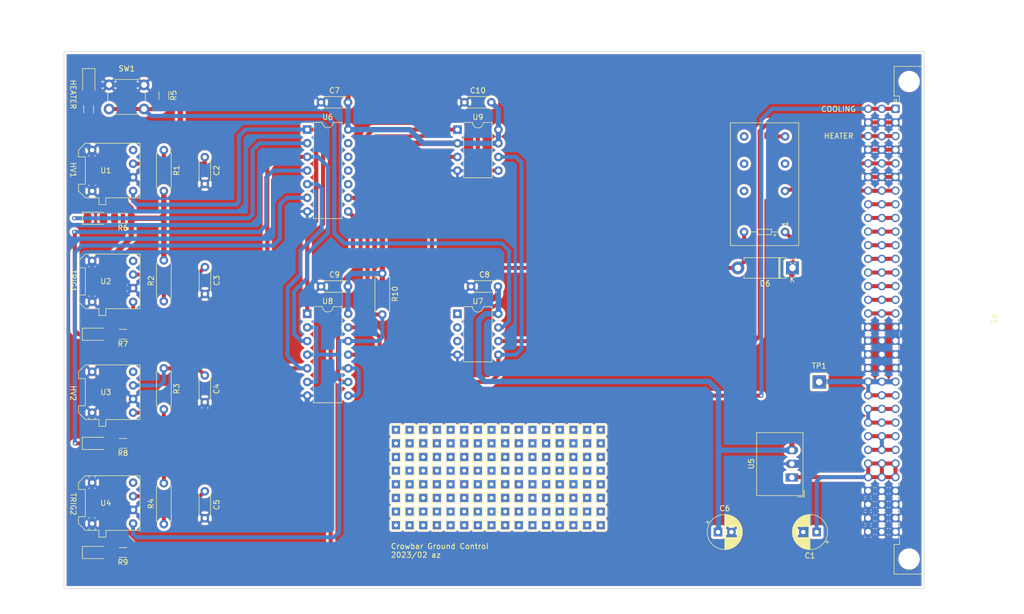
<source format=kicad_pcb>
(kicad_pcb (version 20221018) (generator pcbnew)

  (general
    (thickness 1.6)
  )

  (paper "A4")
  (layers
    (0 "F.Cu" signal)
    (31 "B.Cu" signal)
    (32 "B.Adhes" user "B.Adhesive")
    (33 "F.Adhes" user "F.Adhesive")
    (34 "B.Paste" user)
    (35 "F.Paste" user)
    (36 "B.SilkS" user "B.Silkscreen")
    (37 "F.SilkS" user "F.Silkscreen")
    (38 "B.Mask" user)
    (39 "F.Mask" user)
    (40 "Dwgs.User" user "User.Drawings")
    (41 "Cmts.User" user "User.Comments")
    (42 "Eco1.User" user "User.Eco1")
    (43 "Eco2.User" user "User.Eco2")
    (44 "Edge.Cuts" user)
    (45 "Margin" user)
    (46 "B.CrtYd" user "B.Courtyard")
    (47 "F.CrtYd" user "F.Courtyard")
    (48 "B.Fab" user)
    (49 "F.Fab" user)
    (50 "User.1" user)
    (51 "User.2" user)
    (52 "User.3" user)
    (53 "User.4" user)
    (54 "User.5" user)
    (55 "User.6" user)
    (56 "User.7" user)
    (57 "User.8" user)
    (58 "User.9" user)
  )

  (setup
    (stackup
      (layer "F.SilkS" (type "Top Silk Screen"))
      (layer "F.Paste" (type "Top Solder Paste"))
      (layer "F.Mask" (type "Top Solder Mask") (thickness 0.01))
      (layer "F.Cu" (type "copper") (thickness 0.035))
      (layer "dielectric 1" (type "core") (thickness 1.51) (material "FR4") (epsilon_r 4.5) (loss_tangent 0.02))
      (layer "B.Cu" (type "copper") (thickness 0.035))
      (layer "B.Mask" (type "Bottom Solder Mask") (thickness 0.01))
      (layer "B.Paste" (type "Bottom Solder Paste"))
      (layer "B.SilkS" (type "Bottom Silk Screen"))
      (copper_finish "None")
      (dielectric_constraints no)
    )
    (pad_to_mask_clearance 0)
    (pcbplotparams
      (layerselection 0x0001000_ffffffff)
      (plot_on_all_layers_selection 0x0000000_00000000)
      (disableapertmacros false)
      (usegerberextensions true)
      (usegerberattributes true)
      (usegerberadvancedattributes true)
      (creategerberjobfile true)
      (dashed_line_dash_ratio 12.000000)
      (dashed_line_gap_ratio 3.000000)
      (svgprecision 6)
      (plotframeref false)
      (viasonmask false)
      (mode 1)
      (useauxorigin false)
      (hpglpennumber 1)
      (hpglpenspeed 20)
      (hpglpendiameter 15.000000)
      (dxfpolygonmode true)
      (dxfimperialunits true)
      (dxfusepcbnewfont true)
      (psnegative false)
      (psa4output false)
      (plotreference true)
      (plotvalue true)
      (plotinvisibletext false)
      (sketchpadsonfab false)
      (subtractmaskfromsilk false)
      (outputformat 1)
      (mirror false)
      (drillshape 0)
      (scaleselection 1)
      (outputdirectory "gerber/")
    )
  )

  (net 0 "")
  (net 1 "+5V")
  (net 2 "GND")
  (net 3 "Net-(C2-Pad1)")
  (net 4 "Net-(C3-Pad1)")
  (net 5 "Net-(C4-Pad1)")
  (net 6 "-15V")
  (net 7 "Net-(C5-Pad1)")
  (net 8 "unconnected-(X1-Pada8)")
  (net 9 "unconnected-(X1-Pada9)")
  (net 10 "unconnected-(X1-Pada10)")
  (net 11 "unconnected-(X1-Pada11)")
  (net 12 "unconnected-(X1-Pada12)")
  (net 13 "unconnected-(X1-Pada13)")
  (net 14 "unconnected-(X1-Pada14)")
  (net 15 "unconnected-(X1-Pada15)")
  (net 16 "unconnected-(X1-Pada16)")
  (net 17 "+15V")
  (net 18 "+24V")
  (net 19 "Net-(D1-Pad1)")
  (net 20 "Net-(D1-Pad2)")
  (net 21 "Net-(D2-Pad1)")
  (net 22 "Net-(D2-Pad2)")
  (net 23 "Net-(D3-Pad1)")
  (net 24 "Net-(D3-Pad2)")
  (net 25 "Net-(D4-Pad1)")
  (net 26 "Net-(D4-Pad2)")
  (net 27 "Net-(D5-Pad1)")
  (net 28 "Net-(D5-Pad2)")
  (net 29 "Net-(D6-Pad2)")
  (net 30 "unconnected-(K1-Pad13)")
  (net 31 "unconnected-(K1-Pad11)")
  (net 32 "unconnected-(K1-Pad9)")
  (net 33 "/NO_2")
  (net 34 "unconnected-(K1-Pad6)")
  (net 35 "/NO_1")
  (net 36 "/BYPASS")
  (net 37 "/RDY")
  (net 38 "/5V_EXT")
  (net 39 "Net-(U1-Pad1)")
  (net 40 "unconnected-(U1-Pad4)")
  (net 41 "Net-(U2-Pad1)")
  (net 42 "unconnected-(U2-Pad4)")
  (net 43 "Net-(U3-Pad1)")
  (net 44 "unconnected-(U3-Pad4)")
  (net 45 "Net-(U4-Pad1)")
  (net 46 "unconnected-(U4-Pad4)")
  (net 47 "unconnected-(U6-Pad10)")
  (net 48 "unconnected-(U6-Pad11)")
  (net 49 "unconnected-(U6-Pad12)")
  (net 50 "unconnected-(U6-Pad13)")
  (net 51 "unconnected-(U7-Pad1)")
  (net 52 "Net-(U7-Pad5)")
  (net 53 "unconnected-(U7-Pad2)")
  (net 54 "/HEATER")
  (net 55 "unconnected-(U7-Pad3)")
  (net 56 "/COOLING")

  (footprint "TestPoint:TestPoint_THTPad_1.5x1.5mm_Drill0.7mm" (layer "F.Cu") (at 144.78 123.19))

  (footprint "TestPoint:TestPoint_THTPad_1.5x1.5mm_Drill0.7mm" (layer "F.Cu") (at 119.38 115.57))

  (footprint "TestPoint:TestPoint_THTPad_1.5x1.5mm_Drill0.7mm" (layer "F.Cu") (at 119.38 110.49))

  (footprint "TestPoint:TestPoint_THTPad_1.5x1.5mm_Drill0.7mm" (layer "F.Cu") (at 124.46 120.65))

  (footprint "TestPoint:TestPoint_THTPad_1.5x1.5mm_Drill0.7mm" (layer "F.Cu") (at 114.3 110.49))

  (footprint "TestPoint:TestPoint_THTPad_1.5x1.5mm_Drill0.7mm" (layer "F.Cu") (at 129.54 115.57))

  (footprint "TestPoint:TestPoint_THTPad_1.5x1.5mm_Drill0.7mm" (layer "F.Cu") (at 134.62 107.95))

  (footprint "TestPoint:TestPoint_THTPad_1.5x1.5mm_Drill0.7mm" (layer "F.Cu") (at 114.3 118.11))

  (footprint "TestPoint:TestPoint_THTPad_1.5x1.5mm_Drill0.7mm" (layer "F.Cu") (at 132.08 110.49))

  (footprint "Capacitor_THT:C_Disc_D4.3mm_W1.9mm_P5.00mm" (layer "F.Cu") (at 76.2 54.65 -90))

  (footprint "TestPoint:TestPoint_THTPad_1.5x1.5mm_Drill0.7mm" (layer "F.Cu") (at 134.62 113.03))

  (footprint "Capacitor_THT:C_Disc_D4.3mm_W1.9mm_P5.00mm" (layer "F.Cu") (at 76.2254 75.1332 -90))

  (footprint "TestPoint:TestPoint_THTPad_1.5x1.5mm_Drill0.7mm" (layer "F.Cu") (at 116.84 110.49))

  (footprint "my_library:VME_connector_41612" (layer "F.Cu") (at 222.576 84.794 -90))

  (footprint "Resistor_THT:R_Axial_DIN0207_L6.3mm_D2.5mm_P7.62mm_Horizontal" (layer "F.Cu") (at 68.58 53.34 -90))

  (footprint "TestPoint:TestPoint_THTPad_1.5x1.5mm_Drill0.7mm" (layer "F.Cu") (at 124.46 107.95))

  (footprint "TestPoint:TestPoint_THTPad_1.5x1.5mm_Drill0.7mm" (layer "F.Cu") (at 121.92 105.41))

  (footprint "TestPoint:TestPoint_THTPad_1.5x1.5mm_Drill0.7mm" (layer "F.Cu") (at 127 123.19))

  (footprint "TestPoint:TestPoint_THTPad_1.5x1.5mm_Drill0.7mm" (layer "F.Cu") (at 127 105.41))

  (footprint "TestPoint:TestPoint_THTPad_1.5x1.5mm_Drill0.7mm" (layer "F.Cu") (at 139.7 113.03))

  (footprint "Resistor_THT:R_Axial_DIN0207_L6.3mm_D2.5mm_P7.62mm_Horizontal" (layer "F.Cu") (at 68.58 122.9868 90))

  (footprint "TestPoint:TestPoint_THTPad_1.5x1.5mm_Drill0.7mm" (layer "F.Cu") (at 149.86 105.41))

  (footprint "TestPoint:TestPoint_THTPad_1.5x1.5mm_Drill0.7mm" (layer "F.Cu") (at 129.54 113.03))

  (footprint "TestPoint:TestPoint_THTPad_1.5x1.5mm_Drill0.7mm" (layer "F.Cu") (at 144.78 120.65))

  (footprint "TestPoint:TestPoint_THTPad_1.5x1.5mm_Drill0.7mm" (layer "F.Cu") (at 134.62 105.41))

  (footprint "TestPoint:TestPoint_THTPad_1.5x1.5mm_Drill0.7mm" (layer "F.Cu") (at 147.32 115.57))

  (footprint "TestPoint:TestPoint_THTPad_1.5x1.5mm_Drill0.7mm" (layer "F.Cu") (at 124.46 113.03))

  (footprint "TestPoint:TestPoint_THTPad_1.5x1.5mm_Drill0.7mm" (layer "F.Cu") (at 142.24 113.03))

  (footprint "TestPoint:TestPoint_THTPad_1.5x1.5mm_Drill0.7mm" (layer "F.Cu") (at 129.54 118.11))

  (footprint "TestPoint:TestPoint_THTPad_1.5x1.5mm_Drill0.7mm" (layer "F.Cu") (at 139.7 115.57))

  (footprint "TestPoint:TestPoint_THTPad_1.5x1.5mm_Drill0.7mm" (layer "F.Cu") (at 147.32 107.95))

  (footprint "Resistor_THT:R_Axial_DIN0207_L6.3mm_D2.5mm_P7.62mm_Horizontal" (layer "F.Cu") (at 109.22 76.335 -90))

  (footprint "TestPoint:TestPoint_THTPad_1.5x1.5mm_Drill0.7mm" (layer "F.Cu") (at 121.92 113.03))

  (footprint "TestPoint:TestPoint_THTPad_1.5x1.5mm_Drill0.7mm" (layer "F.Cu") (at 139.7 107.95))

  (footprint "TestPoint:TestPoint_THTPad_1.5x1.5mm_Drill0.7mm" (layer "F.Cu") (at 134.62 110.49))

  (footprint "TestPoint:TestPoint_THTPad_1.5x1.5mm_Drill0.7mm" (layer "F.Cu") (at 144.78 113.03))

  (footprint "TestPoint:TestPoint_THTPad_1.5x1.5mm_Drill0.7mm" (layer "F.Cu") (at 149.86 115.57))

  (footprint "TestPoint:TestPoint_THTPad_1.5x1.5mm_Drill0.7mm" (layer "F.Cu") (at 142.24 120.65))

  (footprint "TestPoint:TestPoint_THTPad_1.5x1.5mm_Drill0.7mm" (layer "F.Cu") (at 147.32 110.49))

  (footprint "TestPoint:TestPoint_THTPad_1.5x1.5mm_Drill0.7mm" (layer "F.Cu") (at 121.92 123.19))

  (footprint "Capacitor_THT:CP_Radial_D6.3mm_P2.50mm" (layer "F.Cu") (at 190.0314 124.46 180))

  (footprint "TestPoint:TestPoint_THTPad_1.5x1.5mm_Drill0.7mm" (layer "F.Cu") (at 114.3 115.57))

  (footprint "TestPoint:TestPoint_THTPad_1.5x1.5mm_Drill0.7mm" (layer "F.Cu") (at 114.3 107.95))

  (footprint "TestPoint:TestPoint_THTPad_1.5x1.5mm_Drill0.7mm" (layer "F.Cu") (at 114.3 120.65))

  (footprint "my_library:Versatile_Link" (layer "F.Cu") (at 57.785 125.4125 180))

  (footprint "TestPoint:TestPoint_THTPad_1.5x1.5mm_Drill0.7mm" (layer "F.Cu") (at 119.38 113.03))

  (footprint "Resistor_SMD:R_1206_3216Metric_Pad1.30x1.75mm_HandSolder" (layer "F.Cu") (at 60.96 66.04 180))

  (footprint "Capacitor_THT:C_Disc_D4.3mm_W1.9mm_P5.00mm" (layer "F.Cu") (at 76.2 95.29 -90))

  (footprint "TestPoint:TestPoint_THTPad_1.5x1.5mm_Drill0.7mm" (layer "F.Cu") (at 127 107.95))

  (footprint "TestPoint:TestPoint_THTPad_1.5x1.5mm_Drill0.7mm" (layer "F.Cu") (at 149.86 120.65))

  (footprint "TestPoint:TestPoint_THTPad_1.5x1.5mm_Drill0.7mm" (layer "F.Cu") (at 144.78 105.41))

  (footprint "Package_DIP:DIP-14_W7.62mm" (layer "F.Cu") (at 95.26 49.525))

  (footprint "TestPoint:TestPoint_THTPad_1.5x1.5mm_Drill0.7mm" (layer "F.Cu") (at 111.76 110.49))

  (footprint "Resistor_SMD:R_1206_3216Metric_Pad1.30x1.75mm_HandSolder" (layer "F.Cu")
    (tstamp 5641be26-f5e9-482f-8616-297f17f4eae2)
    (at 60.96 87.63 180)
    (descr "Resistor SMD 1206 (3216 Metric), square (rectangular) end terminal, IPC_7351 nominal with elongated pad for handsoldering. (Body size source: IPC-SM-782 page 72, https://www.pcb-3d.com/wordpress/wp-content/uploads/ipc-sm-782a_amendment_1_and_2.pdf), generated with kicad-footprint-generator")
    (tags "resistor handsolder")
    (property "Sheetfile" "53_Crowbar_ground_control_OSHPARK.kicad_sch")
    (property "Sheetname" "")
    (path "/e1a2d3c7-6d97-4a26-bd8a-5631be7daa7a")
    (attr smd)
    (fp_text reference "R7" (at 0 -1.82) (layer "F.SilkS")
        (effects (font (size 1 1) (thickness 0.15)))
      (tstamp 74a9c3ca-08aa-4a6a-9a4f-5ecc24362076)
    )
    (fp_text value "820" (at 0 1.82) (layer "F.Fab")
        (effects (font (size 1 1) (thickness 0.15)))
      (tstamp e382fedc-c868-44fd-9740-47cc05b15c1c)
    )
    (fp_text user "${REFERENCE}" (at 0 0) (layer "F.Fab")
        (effects (font (size 0.8 0.8) (thickness 0.12)))
      (tstamp 051d4750-b73a-474f-abf5-a58dadb01c92)
    )
    (fp_line (start -0.727064 -0.91) (end 0.727064 -0.91)
      (stroke (width 0.12) (type solid)) (layer "F.SilkS") (tstamp 5600b446-cc57-4d99-a6dd-3cb2f076483c))
    (fp_line (start -0.727064 0.91) (end 0.727064 0.91)
      (stroke (width 0.12) (type solid)) (layer "F.SilkS") (tstamp 8a56a0e1-0b83-4459-b285-5106d6ccafbb))
    (fp_line (start -2.45 -1.12) (end 2.45 -1.12)
      (stroke (width 0.05) (type solid)) (layer "F.CrtYd") (tstamp 7e9c7b14-3332-49ee-a587-5014a80db3f9))
    (fp_line (start -2.45 1.12) (end -2.45 -1.12)
      (stroke (width 0.05) (type solid)) (layer "F.CrtYd") (tstamp 6d4e5957-6764-40d7-9d3e-e16ba095c79a))
    (fp_line (start 2.45 -1.12) (end 2.45 1.12)
      (stroke (width 0.05) (type solid)) (layer "F.CrtYd") (tstamp f03f8712-a7f0-45ba-8dbf-7ce6f298ed42))
    (fp_line (start 2.45 1.12) (end -2.45 1.12)
      (stroke (width 0.05) (type solid)) (layer "F.CrtYd") (tstamp ad9624f8-cf25-4b9a-95b1-2c64fccd57f6))
    (fp_line (start -1.6 -0.8) (end 1.6 -0.8)
      (stroke (width 0.1) (type solid)) (layer "F.Fab") (tstamp 822cf157-ecb8-46d7-8cc6-5f0248fd6b37))
    (fp_line (start -1.6 0.8) (end -1.6 -0.8)
      (stroke (width 0.1) (type solid)) (layer "F.Fab") (tstamp 9f7b3295-d16c-467f-88f6-2ab8ee650e3a))
    (fp_line (start 1.6 -0.8) (end 1.6 0.8)
      (stroke (width 0.1) (type solid)) (layer "F.Fab") (tstamp 2e2c4431-7ad4-4101-b
... [1798288 chars truncated]
</source>
